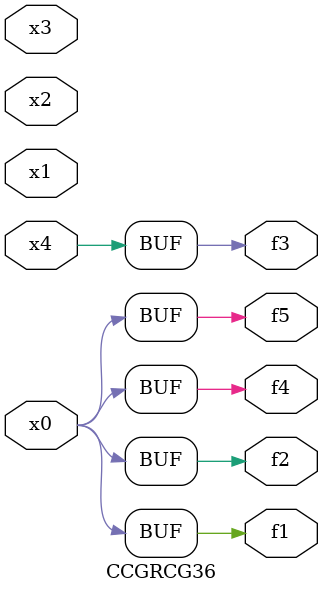
<source format=v>
module CCGRCG36(
	input x0, x1, x2, x3, x4,
	output f1, f2, f3, f4, f5
);
	assign f1 = x0;
	assign f2 = x0;
	assign f3 = x4;
	assign f4 = x0;
	assign f5 = x0;
endmodule

</source>
